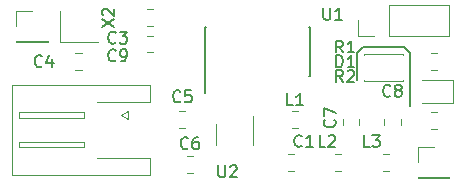
<source format=gbr>
G04 #@! TF.GenerationSoftware,KiCad,Pcbnew,5.0.2-bee76a0~70~ubuntu16.04.1*
G04 #@! TF.CreationDate,2019-07-30T15:32:40+02:00*
G04 #@! TF.ProjectId,hw-TS1B,68772d54-5331-4422-9e6b-696361645f70,rev?*
G04 #@! TF.SameCoordinates,Original*
G04 #@! TF.FileFunction,Legend,Top*
G04 #@! TF.FilePolarity,Positive*
%FSLAX46Y46*%
G04 Gerber Fmt 4.6, Leading zero omitted, Abs format (unit mm)*
G04 Created by KiCad (PCBNEW 5.0.2-bee76a0~70~ubuntu16.04.1) date Tue 30 Jul 2019 03:32:40 PM CEST*
%MOMM*%
%LPD*%
G01*
G04 APERTURE LIST*
%ADD10C,0.200000*%
%ADD11C,0.150000*%
%ADD12C,0.120000*%
G04 APERTURE END LIST*
D10*
X185000000Y-73750000D02*
X185000000Y-78250000D01*
X184500000Y-73250000D02*
X185000000Y-73750000D01*
X181000000Y-73250000D02*
X184500000Y-73250000D01*
X180500000Y-73750000D02*
X181000000Y-73250000D01*
X180500000Y-76000000D02*
X180500000Y-73750000D01*
D11*
G04 #@! TO.C,U1*
X167635000Y-75735000D02*
X167660000Y-75735000D01*
X167635000Y-71585000D02*
X167750000Y-71585000D01*
X176535000Y-71585000D02*
X176420000Y-71585000D01*
X176535000Y-75735000D02*
X176420000Y-75735000D01*
X167635000Y-75735000D02*
X167635000Y-71585000D01*
X176535000Y-75735000D02*
X176535000Y-71585000D01*
X167660000Y-75735000D02*
X167660000Y-77110000D01*
D12*
G04 #@! TO.C,C1*
X175196078Y-82290000D02*
X174678922Y-82290000D01*
X175196078Y-83710000D02*
X174678922Y-83710000D01*
G04 #@! TO.C,C3*
X163258578Y-70040000D02*
X162741422Y-70040000D01*
X163258578Y-71460000D02*
X162741422Y-71460000D01*
G04 #@! TO.C,C4*
X156678922Y-73790000D02*
X157196078Y-73790000D01*
X156678922Y-75210000D02*
X157196078Y-75210000D01*
G04 #@! TO.C,C5*
X165993578Y-78665000D02*
X165476422Y-78665000D01*
X165993578Y-80085000D02*
X165476422Y-80085000D01*
G04 #@! TO.C,C6*
X166628578Y-83895000D02*
X166111422Y-83895000D01*
X166628578Y-82475000D02*
X166111422Y-82475000D01*
G04 #@! TO.C,C7*
X179290000Y-79303922D02*
X179290000Y-79821078D01*
X180710000Y-79303922D02*
X180710000Y-79821078D01*
G04 #@! TO.C,C8*
X184210000Y-79303922D02*
X184210000Y-79821078D01*
X182790000Y-79303922D02*
X182790000Y-79821078D01*
G04 #@! TO.C,TH1*
X181130000Y-73880000D02*
X184370000Y-73880000D01*
X181130000Y-76120000D02*
X184370000Y-76120000D01*
X181130000Y-73880000D02*
X181130000Y-73945000D01*
X181130000Y-76055000D02*
X181130000Y-76120000D01*
X184370000Y-73880000D02*
X184370000Y-73945000D01*
X184370000Y-76055000D02*
X184370000Y-76120000D01*
G04 #@! TO.C,J2*
X151290000Y-80250000D02*
X151290000Y-76440000D01*
X151290000Y-76440000D02*
X163010000Y-76440000D01*
X163010000Y-76440000D02*
X163010000Y-77860000D01*
X163010000Y-77860000D02*
X158510000Y-77860000D01*
X151290000Y-80250000D02*
X151290000Y-84060000D01*
X151290000Y-84060000D02*
X163010000Y-84060000D01*
X163010000Y-84060000D02*
X163010000Y-82640000D01*
X163010000Y-82640000D02*
X158510000Y-82640000D01*
X157400000Y-78750000D02*
X151900000Y-78750000D01*
X151900000Y-78750000D02*
X151900000Y-79250000D01*
X151900000Y-79250000D02*
X157400000Y-79250000D01*
X157400000Y-79250000D02*
X157400000Y-78750000D01*
X157400000Y-81250000D02*
X151900000Y-81250000D01*
X151900000Y-81250000D02*
X151900000Y-81750000D01*
X151900000Y-81750000D02*
X157400000Y-81750000D01*
X157400000Y-81750000D02*
X157400000Y-81250000D01*
X160500000Y-79000000D02*
X161100000Y-78700000D01*
X161100000Y-78700000D02*
X161100000Y-79300000D01*
X161100000Y-79300000D02*
X160500000Y-79000000D01*
G04 #@! TO.C,J1*
X151670000Y-70170000D02*
X153000000Y-70170000D01*
X151670000Y-71500000D02*
X151670000Y-70170000D01*
X151670000Y-72770000D02*
X154330000Y-72770000D01*
X154330000Y-72770000D02*
X154330000Y-72830000D01*
X151670000Y-72770000D02*
X151670000Y-72830000D01*
X151670000Y-72830000D02*
X154330000Y-72830000D01*
G04 #@! TO.C,AE1*
X185670000Y-84330000D02*
X188330000Y-84330000D01*
X185670000Y-84270000D02*
X185670000Y-84330000D01*
X188330000Y-84270000D02*
X188330000Y-84330000D01*
X185670000Y-84270000D02*
X188330000Y-84270000D01*
X185670000Y-83000000D02*
X185670000Y-81670000D01*
X185670000Y-81670000D02*
X187000000Y-81670000D01*
G04 #@! TO.C,X1*
X188330000Y-72330000D02*
X188330000Y-69670000D01*
X183190000Y-72330000D02*
X188330000Y-72330000D01*
X183190000Y-69670000D02*
X188330000Y-69670000D01*
X183190000Y-72330000D02*
X183190000Y-69670000D01*
X181920000Y-72330000D02*
X180590000Y-72330000D01*
X180590000Y-72330000D02*
X180590000Y-71000000D01*
G04 #@! TO.C,L1*
X175001422Y-78665000D02*
X175518578Y-78665000D01*
X175001422Y-80085000D02*
X175518578Y-80085000D01*
G04 #@! TO.C,L2*
X178678922Y-83710000D02*
X179196078Y-83710000D01*
X178678922Y-82290000D02*
X179196078Y-82290000D01*
G04 #@! TO.C,L3*
X182678922Y-82290000D02*
X183196078Y-82290000D01*
X182678922Y-83710000D02*
X183196078Y-83710000D01*
G04 #@! TO.C,D1*
X186000000Y-77960000D02*
X188685000Y-77960000D01*
X188685000Y-77960000D02*
X188685000Y-76040000D01*
X188685000Y-76040000D02*
X186000000Y-76040000D01*
G04 #@! TO.C,X2*
X155400000Y-70200000D02*
X155400000Y-72800000D01*
X155400000Y-72800000D02*
X158600000Y-72800000D01*
G04 #@! TO.C,U2*
X168620000Y-79765000D02*
X168620000Y-81525000D01*
X171690000Y-81525000D02*
X171690000Y-79095000D01*
G04 #@! TO.C,R2*
X186741422Y-80210000D02*
X187258578Y-80210000D01*
X186741422Y-78790000D02*
X187258578Y-78790000D01*
G04 #@! TO.C,R1*
X186741422Y-73790000D02*
X187258578Y-73790000D01*
X186741422Y-75210000D02*
X187258578Y-75210000D01*
G04 #@! TO.C,C9*
X163258578Y-73710000D02*
X162741422Y-73710000D01*
X163258578Y-72290000D02*
X162741422Y-72290000D01*
G04 #@! TO.C,U1*
D11*
X177673095Y-69937380D02*
X177673095Y-70746904D01*
X177720714Y-70842142D01*
X177768333Y-70889761D01*
X177863571Y-70937380D01*
X178054047Y-70937380D01*
X178149285Y-70889761D01*
X178196904Y-70842142D01*
X178244523Y-70746904D01*
X178244523Y-69937380D01*
X179244523Y-70937380D02*
X178673095Y-70937380D01*
X178958809Y-70937380D02*
X178958809Y-69937380D01*
X178863571Y-70080238D01*
X178768333Y-70175476D01*
X178673095Y-70223095D01*
G04 #@! TO.C,C1*
X175833333Y-81607142D02*
X175785714Y-81654761D01*
X175642857Y-81702380D01*
X175547619Y-81702380D01*
X175404761Y-81654761D01*
X175309523Y-81559523D01*
X175261904Y-81464285D01*
X175214285Y-81273809D01*
X175214285Y-81130952D01*
X175261904Y-80940476D01*
X175309523Y-80845238D01*
X175404761Y-80750000D01*
X175547619Y-80702380D01*
X175642857Y-80702380D01*
X175785714Y-80750000D01*
X175833333Y-80797619D01*
X176785714Y-81702380D02*
X176214285Y-81702380D01*
X176500000Y-81702380D02*
X176500000Y-80702380D01*
X176404761Y-80845238D01*
X176309523Y-80940476D01*
X176214285Y-80988095D01*
G04 #@! TO.C,C3*
X160083333Y-72857142D02*
X160035714Y-72904761D01*
X159892857Y-72952380D01*
X159797619Y-72952380D01*
X159654761Y-72904761D01*
X159559523Y-72809523D01*
X159511904Y-72714285D01*
X159464285Y-72523809D01*
X159464285Y-72380952D01*
X159511904Y-72190476D01*
X159559523Y-72095238D01*
X159654761Y-72000000D01*
X159797619Y-71952380D01*
X159892857Y-71952380D01*
X160035714Y-72000000D01*
X160083333Y-72047619D01*
X160416666Y-71952380D02*
X161035714Y-71952380D01*
X160702380Y-72333333D01*
X160845238Y-72333333D01*
X160940476Y-72380952D01*
X160988095Y-72428571D01*
X161035714Y-72523809D01*
X161035714Y-72761904D01*
X160988095Y-72857142D01*
X160940476Y-72904761D01*
X160845238Y-72952380D01*
X160559523Y-72952380D01*
X160464285Y-72904761D01*
X160416666Y-72857142D01*
G04 #@! TO.C,C4*
X153833333Y-74857142D02*
X153785714Y-74904761D01*
X153642857Y-74952380D01*
X153547619Y-74952380D01*
X153404761Y-74904761D01*
X153309523Y-74809523D01*
X153261904Y-74714285D01*
X153214285Y-74523809D01*
X153214285Y-74380952D01*
X153261904Y-74190476D01*
X153309523Y-74095238D01*
X153404761Y-74000000D01*
X153547619Y-73952380D01*
X153642857Y-73952380D01*
X153785714Y-74000000D01*
X153833333Y-74047619D01*
X154690476Y-74285714D02*
X154690476Y-74952380D01*
X154452380Y-73904761D02*
X154214285Y-74619047D01*
X154833333Y-74619047D01*
G04 #@! TO.C,C5*
X165568333Y-77827142D02*
X165520714Y-77874761D01*
X165377857Y-77922380D01*
X165282619Y-77922380D01*
X165139761Y-77874761D01*
X165044523Y-77779523D01*
X164996904Y-77684285D01*
X164949285Y-77493809D01*
X164949285Y-77350952D01*
X164996904Y-77160476D01*
X165044523Y-77065238D01*
X165139761Y-76970000D01*
X165282619Y-76922380D01*
X165377857Y-76922380D01*
X165520714Y-76970000D01*
X165568333Y-77017619D01*
X166473095Y-76922380D02*
X165996904Y-76922380D01*
X165949285Y-77398571D01*
X165996904Y-77350952D01*
X166092142Y-77303333D01*
X166330238Y-77303333D01*
X166425476Y-77350952D01*
X166473095Y-77398571D01*
X166520714Y-77493809D01*
X166520714Y-77731904D01*
X166473095Y-77827142D01*
X166425476Y-77874761D01*
X166330238Y-77922380D01*
X166092142Y-77922380D01*
X165996904Y-77874761D01*
X165949285Y-77827142D01*
G04 #@! TO.C,C6*
X166203333Y-81792142D02*
X166155714Y-81839761D01*
X166012857Y-81887380D01*
X165917619Y-81887380D01*
X165774761Y-81839761D01*
X165679523Y-81744523D01*
X165631904Y-81649285D01*
X165584285Y-81458809D01*
X165584285Y-81315952D01*
X165631904Y-81125476D01*
X165679523Y-81030238D01*
X165774761Y-80935000D01*
X165917619Y-80887380D01*
X166012857Y-80887380D01*
X166155714Y-80935000D01*
X166203333Y-80982619D01*
X167060476Y-80887380D02*
X166870000Y-80887380D01*
X166774761Y-80935000D01*
X166727142Y-80982619D01*
X166631904Y-81125476D01*
X166584285Y-81315952D01*
X166584285Y-81696904D01*
X166631904Y-81792142D01*
X166679523Y-81839761D01*
X166774761Y-81887380D01*
X166965238Y-81887380D01*
X167060476Y-81839761D01*
X167108095Y-81792142D01*
X167155714Y-81696904D01*
X167155714Y-81458809D01*
X167108095Y-81363571D01*
X167060476Y-81315952D01*
X166965238Y-81268333D01*
X166774761Y-81268333D01*
X166679523Y-81315952D01*
X166631904Y-81363571D01*
X166584285Y-81458809D01*
G04 #@! TO.C,C7*
X178607142Y-79416666D02*
X178654761Y-79464285D01*
X178702380Y-79607142D01*
X178702380Y-79702380D01*
X178654761Y-79845238D01*
X178559523Y-79940476D01*
X178464285Y-79988095D01*
X178273809Y-80035714D01*
X178130952Y-80035714D01*
X177940476Y-79988095D01*
X177845238Y-79940476D01*
X177750000Y-79845238D01*
X177702380Y-79702380D01*
X177702380Y-79607142D01*
X177750000Y-79464285D01*
X177797619Y-79416666D01*
X177702380Y-79083333D02*
X177702380Y-78416666D01*
X178702380Y-78845238D01*
G04 #@! TO.C,C8*
X183333333Y-77357142D02*
X183285714Y-77404761D01*
X183142857Y-77452380D01*
X183047619Y-77452380D01*
X182904761Y-77404761D01*
X182809523Y-77309523D01*
X182761904Y-77214285D01*
X182714285Y-77023809D01*
X182714285Y-76880952D01*
X182761904Y-76690476D01*
X182809523Y-76595238D01*
X182904761Y-76500000D01*
X183047619Y-76452380D01*
X183142857Y-76452380D01*
X183285714Y-76500000D01*
X183333333Y-76547619D01*
X183904761Y-76880952D02*
X183809523Y-76833333D01*
X183761904Y-76785714D01*
X183714285Y-76690476D01*
X183714285Y-76642857D01*
X183761904Y-76547619D01*
X183809523Y-76500000D01*
X183904761Y-76452380D01*
X184095238Y-76452380D01*
X184190476Y-76500000D01*
X184238095Y-76547619D01*
X184285714Y-76642857D01*
X184285714Y-76690476D01*
X184238095Y-76785714D01*
X184190476Y-76833333D01*
X184095238Y-76880952D01*
X183904761Y-76880952D01*
X183809523Y-76928571D01*
X183761904Y-76976190D01*
X183714285Y-77071428D01*
X183714285Y-77261904D01*
X183761904Y-77357142D01*
X183809523Y-77404761D01*
X183904761Y-77452380D01*
X184095238Y-77452380D01*
X184190476Y-77404761D01*
X184238095Y-77357142D01*
X184285714Y-77261904D01*
X184285714Y-77071428D01*
X184238095Y-76976190D01*
X184190476Y-76928571D01*
X184095238Y-76880952D01*
G04 #@! TO.C,L1*
X175093333Y-78177380D02*
X174617142Y-78177380D01*
X174617142Y-77177380D01*
X175950476Y-78177380D02*
X175379047Y-78177380D01*
X175664761Y-78177380D02*
X175664761Y-77177380D01*
X175569523Y-77320238D01*
X175474285Y-77415476D01*
X175379047Y-77463095D01*
G04 #@! TO.C,L2*
X177833333Y-81702380D02*
X177357142Y-81702380D01*
X177357142Y-80702380D01*
X178119047Y-80797619D02*
X178166666Y-80750000D01*
X178261904Y-80702380D01*
X178500000Y-80702380D01*
X178595238Y-80750000D01*
X178642857Y-80797619D01*
X178690476Y-80892857D01*
X178690476Y-80988095D01*
X178642857Y-81130952D01*
X178071428Y-81702380D01*
X178690476Y-81702380D01*
G04 #@! TO.C,L3*
X181583333Y-81702380D02*
X181107142Y-81702380D01*
X181107142Y-80702380D01*
X181821428Y-80702380D02*
X182440476Y-80702380D01*
X182107142Y-81083333D01*
X182250000Y-81083333D01*
X182345238Y-81130952D01*
X182392857Y-81178571D01*
X182440476Y-81273809D01*
X182440476Y-81511904D01*
X182392857Y-81607142D01*
X182345238Y-81654761D01*
X182250000Y-81702380D01*
X181964285Y-81702380D01*
X181869047Y-81654761D01*
X181821428Y-81607142D01*
G04 #@! TO.C,D1*
X178761904Y-74952380D02*
X178761904Y-73952380D01*
X179000000Y-73952380D01*
X179142857Y-74000000D01*
X179238095Y-74095238D01*
X179285714Y-74190476D01*
X179333333Y-74380952D01*
X179333333Y-74523809D01*
X179285714Y-74714285D01*
X179238095Y-74809523D01*
X179142857Y-74904761D01*
X179000000Y-74952380D01*
X178761904Y-74952380D01*
X180285714Y-74952380D02*
X179714285Y-74952380D01*
X180000000Y-74952380D02*
X180000000Y-73952380D01*
X179904761Y-74095238D01*
X179809523Y-74190476D01*
X179714285Y-74238095D01*
G04 #@! TO.C,X2*
X158952380Y-71559523D02*
X159952380Y-70892857D01*
X158952380Y-70892857D02*
X159952380Y-71559523D01*
X159047619Y-70559523D02*
X159000000Y-70511904D01*
X158952380Y-70416666D01*
X158952380Y-70178571D01*
X159000000Y-70083333D01*
X159047619Y-70035714D01*
X159142857Y-69988095D01*
X159238095Y-69988095D01*
X159380952Y-70035714D01*
X159952380Y-70607142D01*
X159952380Y-69988095D01*
G04 #@! TO.C,U2*
X168783095Y-83272380D02*
X168783095Y-84081904D01*
X168830714Y-84177142D01*
X168878333Y-84224761D01*
X168973571Y-84272380D01*
X169164047Y-84272380D01*
X169259285Y-84224761D01*
X169306904Y-84177142D01*
X169354523Y-84081904D01*
X169354523Y-83272380D01*
X169783095Y-83367619D02*
X169830714Y-83320000D01*
X169925952Y-83272380D01*
X170164047Y-83272380D01*
X170259285Y-83320000D01*
X170306904Y-83367619D01*
X170354523Y-83462857D01*
X170354523Y-83558095D01*
X170306904Y-83700952D01*
X169735476Y-84272380D01*
X170354523Y-84272380D01*
G04 #@! TO.C,R2*
X179333333Y-76202380D02*
X179000000Y-75726190D01*
X178761904Y-76202380D02*
X178761904Y-75202380D01*
X179142857Y-75202380D01*
X179238095Y-75250000D01*
X179285714Y-75297619D01*
X179333333Y-75392857D01*
X179333333Y-75535714D01*
X179285714Y-75630952D01*
X179238095Y-75678571D01*
X179142857Y-75726190D01*
X178761904Y-75726190D01*
X179714285Y-75297619D02*
X179761904Y-75250000D01*
X179857142Y-75202380D01*
X180095238Y-75202380D01*
X180190476Y-75250000D01*
X180238095Y-75297619D01*
X180285714Y-75392857D01*
X180285714Y-75488095D01*
X180238095Y-75630952D01*
X179666666Y-76202380D01*
X180285714Y-76202380D01*
G04 #@! TO.C,R1*
X179333333Y-73702380D02*
X179000000Y-73226190D01*
X178761904Y-73702380D02*
X178761904Y-72702380D01*
X179142857Y-72702380D01*
X179238095Y-72750000D01*
X179285714Y-72797619D01*
X179333333Y-72892857D01*
X179333333Y-73035714D01*
X179285714Y-73130952D01*
X179238095Y-73178571D01*
X179142857Y-73226190D01*
X178761904Y-73226190D01*
X180285714Y-73702380D02*
X179714285Y-73702380D01*
X180000000Y-73702380D02*
X180000000Y-72702380D01*
X179904761Y-72845238D01*
X179809523Y-72940476D01*
X179714285Y-72988095D01*
G04 #@! TO.C,C9*
X160083333Y-74357142D02*
X160035714Y-74404761D01*
X159892857Y-74452380D01*
X159797619Y-74452380D01*
X159654761Y-74404761D01*
X159559523Y-74309523D01*
X159511904Y-74214285D01*
X159464285Y-74023809D01*
X159464285Y-73880952D01*
X159511904Y-73690476D01*
X159559523Y-73595238D01*
X159654761Y-73500000D01*
X159797619Y-73452380D01*
X159892857Y-73452380D01*
X160035714Y-73500000D01*
X160083333Y-73547619D01*
X160559523Y-74452380D02*
X160750000Y-74452380D01*
X160845238Y-74404761D01*
X160892857Y-74357142D01*
X160988095Y-74214285D01*
X161035714Y-74023809D01*
X161035714Y-73642857D01*
X160988095Y-73547619D01*
X160940476Y-73500000D01*
X160845238Y-73452380D01*
X160654761Y-73452380D01*
X160559523Y-73500000D01*
X160511904Y-73547619D01*
X160464285Y-73642857D01*
X160464285Y-73880952D01*
X160511904Y-73976190D01*
X160559523Y-74023809D01*
X160654761Y-74071428D01*
X160845238Y-74071428D01*
X160940476Y-74023809D01*
X160988095Y-73976190D01*
X161035714Y-73880952D01*
G04 #@! TD*
M02*

</source>
